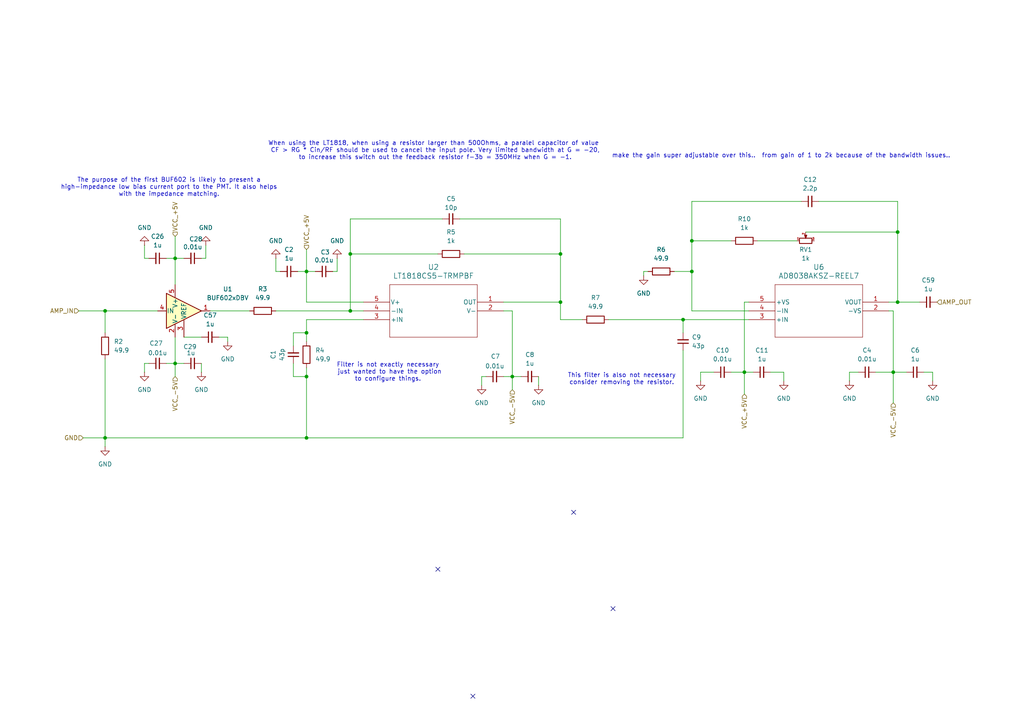
<source format=kicad_sch>
(kicad_sch (version 20231120) (generator "eeschema") (generator_version "8.0")
  (paper "A4")
  (lib_symbols
    (symbol "2025-07-23_18-11-30:AD8038AKSZ-REEL7" (pin_names (offset 0.254))
      (property "Reference" "U" (at 20.32 10.16 0))
      (property "Value" "AD8038AKSZ-REEL7" (at 20.32 7.62 0))
      (symbol "AD8038AKSZ-REEL7_0_1"
        (polyline (pts (xy 7.62 -10.16) (xy 33.02 -10.16)) (stroke (width 0.127)))
        (polyline (pts (xy 7.62 5.08) (xy 7.62 -10.16)) (stroke (width 0.127)))
        (polyline (pts (xy 33.02 -10.16) (xy 33.02 5.08)) (stroke (width 0.127)))
        (polyline (pts (xy 33.02 5.08) (xy 7.62 5.08)) (stroke (width 0.127)))
        (pin unspecified line (at 0 0 0) (length 7.62) (name "VOUT") (number "1"))
        (pin power_in line (at 0 -2.54 0) (length 7.62) (name "-VS") (number "2"))
        (pin unspecified line (at 40.64 -5.08 180) (length 7.62) (name "+IN") (number "3"))
        (pin unspecified line (at 40.64 -2.54 180) (length 7.62) (name "-IN") (number "4"))
        (pin power_in line (at 40.64 0 180) (length 7.62) (name "+VS") (number "5"))
      )
    )
    (symbol "Amplifier_Buffer:BUF602xDBV" (pin_names (offset 0.127))
      (property "Reference" "U" (at 6.35 2.54 0))
      (property "Value" "BUF602xDBV" (at 7.62 -2.54 0))
      (symbol "BUF602xDBV_0_1"
        (polyline (pts (xy 5.08 0) (xy -5.08 5.08) (xy -5.08 -5.08) (xy 5.08 0)) (stroke (width 0.254)) (fill (type background)))
      )
      (symbol "BUF602xDBV_1_1"
        (pin output line (at 7.62 0 180) (length 2.54) (name "~") (number "1"))
        (pin power_in line (at -2.54 -7.62 90) (length 3.81) (name "V-") (number "2"))
        (pin output line (at 0 -7.62 90) (length 5.08) (name "VREF") (number "3"))
        (pin input line (at -7.62 0 0) (length 2.54) (name "IN") (number "4"))
        (pin power_in line (at -2.54 7.62 270) (length 3.81) (name "V+") (number "5"))
      )
    )
    (symbol "Device:C_Small" (pin_numbers hide) (pin_names (offset 0.254) hide)
      (property "Reference" "C" (at 0.254 1.778 0))
      (property "Value" "C_Small" (at 0.254 -2.032 0))
      (symbol "C_Small_0_1"
        (polyline (pts (xy -1.524 -0.508) (xy 1.524 -0.508)) (stroke (width 0.3302)))
        (polyline (pts (xy -1.524 0.508) (xy 1.524 0.508)) (stroke (width 0.3048)))
      )
      (symbol "C_Small_1_1"
        (pin passive line (at 0 2.54 270) (length 2.032) (name "~") (number "1"))
        (pin passive line (at 0 -2.54 90) (length 2.032) (name "~") (number "2"))
      )
    )
    (symbol "Device:R" (pin_numbers hide) (pin_names (offset 0))
      (property "Reference" "R" (at 2.032 0 90))
      (property "Value" "R" (at 0 0 90))
      (symbol "R_0_1"
        (rectangle (start -1.016 -2.54) (end 1.016 2.54) (stroke (width 0.254)))
      )
      (symbol "R_1_1"
        (pin passive line (at 0 3.81 270) (length 1.27) (name "~") (number "1"))
        (pin passive line (at 0 -3.81 90) (length 1.27) (name "~") (number "2"))
      )
    )
    (symbol "Device:R_Potentiometer_Small" (pin_names (offset 1.016) hide)
      (property "Reference" "RV" (at -4.445 0 90))
      (property "Value" "R_Potentiometer_Small" (at -2.54 0 90))
      (symbol "R_Potentiometer_Small_0_1"
        (polyline (pts (xy 0.889 0) (xy 0.635 0) (xy 1.651 0.381) (xy 1.651 -0.381) (xy 0.635 0) (xy 0.889 0)) (fill (type outline)))
        (rectangle (start 0.762 1.8034) (end -0.762 -1.8034) (stroke (width 0.254)))
      )
      (symbol "R_Potentiometer_Small_1_1"
        (pin passive line (at 0 2.54 270) (length 0.635) (name "1") (number "1"))
        (pin passive line (at 2.54 0 180) (length 0.9906) (name "2") (number "2"))
        (pin passive line (at 0 -2.54 90) (length 0.635) (name "3") (number "3"))
      )
    )
    (symbol "lt1818:LT1818CS5-TRMPBF" (pin_names (offset 0.254))
      (property "Reference" "U" (at 20.32 10.16 0))
      (property "Value" "LT1818CS5-TRMPBF" (at 20.32 7.62 0))
      (symbol "LT1818CS5-TRMPBF_0_1"
        (polyline (pts (xy 7.62 -10.16) (xy 33.02 -10.16)) (stroke (width 0.127)))
        (polyline (pts (xy 7.62 5.08) (xy 7.62 -10.16)) (stroke (width 0.127)))
        (polyline (pts (xy 33.02 -10.16) (xy 33.02 5.08)) (stroke (width 0.127)))
        (polyline (pts (xy 33.02 5.08) (xy 7.62 5.08)) (stroke (width 0.127)))
        (pin output line (at 0 0 0) (length 7.62) (name "OUT") (number "1"))
        (pin power_in line (at 0 -2.54 0) (length 7.62) (name "V-") (number "2"))
        (pin input line (at 40.64 -5.08 180) (length 7.62) (name "+IN") (number "3"))
        (pin input line (at 40.64 -2.54 180) (length 7.62) (name "-IN") (number "4"))
        (pin power_in line (at 40.64 0 180) (length 7.62) (name "V+") (number "5"))
      )
    )
    (symbol "power:GND" (power) (pin_numbers hide) (pin_names (offset 0) hide)
      (property "Value" "GND" (at 0 -3.81 0))
      (symbol "GND_0_1"
        (polyline (pts (xy 0 0) (xy 0 -1.27) (xy 1.27 -1.27) (xy 0 -2.54) (xy -1.27 -1.27) (xy 0 -1.27)))
      )
      (symbol "GND_1_1"
        (pin power_in line (at 0 0 270) (length 0) (name "~") (number "1"))
      )
    )
  )
  (junction (at 50.8 105.41))
  (junction (at 260.35 87.63))
  (junction (at 162.56 87.63))
  (junction (at 162.56 73.66))
  (junction (at 200.66 78.74))
  (junction (at 259.08 107.95))
  (junction (at 30.48 127))
  (junction (at 101.6 73.66))
  (junction (at 148.59 109.22))
  (junction (at 101.6 90.17))
  (junction (at 200.66 69.85))
  (junction (at 88.9 78.74))
  (junction (at 88.9 96.52))
  (junction (at 260.35 67.31))
  (junction (at 50.8 74.93))
  (junction (at 88.9 109.22))
  (junction (at 88.9 127))
  (junction (at 30.48 90.17))
  (junction (at 215.9 107.95))
  (junction (at 198.12 92.71))
  (no_connect (at 127 165.1))
  (no_connect (at 137.16 201.93))
  (no_connect (at 284.48 255.27))
  (no_connect (at 177.8 176.53))
  (no_connect (at 166.37 148.59))
  (wire (pts (xy 22.86 90.17) (xy 30.48 90.17)))
  (wire (pts (xy 101.6 90.17) (xy 105.41 90.17)))
  (wire (pts (xy 198.12 101.6) (xy 198.12 127)))
  (wire (pts (xy 217.17 87.63) (xy 215.9 87.63)))
  (wire (pts (xy 227.33 107.95) (xy 227.33 110.49)))
  (wire (pts (xy 146.05 90.17) (xy 148.59 90.17)))
  (wire (pts (xy 88.9 92.71) (xy 88.9 96.52)))
  (wire (pts (xy 24.13 127) (xy 30.48 127)))
  (wire (pts (xy 217.17 90.17) (xy 200.66 90.17)))
  (wire (pts (xy 41.91 105.41) (xy 43.18 105.41)))
  (wire (pts (xy 30.48 104.14) (xy 30.48 127)))
  (wire (pts (xy 200.66 58.42) (xy 200.66 69.85)))
  (wire (pts (xy 259.08 107.95) (xy 259.08 116.84)))
  (wire (pts (xy 88.9 78.74) (xy 91.44 78.74)))
  (wire (pts (xy 200.66 78.74) (xy 200.66 90.17)))
  (wire (pts (xy 200.66 58.42) (xy 232.41 58.42)))
  (wire (pts (xy 212.09 107.95) (xy 215.9 107.95)))
  (wire (pts (xy 88.9 72.39) (xy 88.9 78.74)))
  (wire (pts (xy 88.9 109.22) (xy 88.9 127)))
  (wire (pts (xy 162.56 73.66) (xy 162.56 87.63)))
  (wire (pts (xy 96.52 78.74) (xy 97.79 78.74)))
  (wire (pts (xy 41.91 107.95) (xy 41.91 105.41)))
  (wire (pts (xy 53.34 97.79) (xy 58.42 97.79)))
  (wire (pts (xy 85.09 105.41) (xy 85.09 109.22)))
  (wire (pts (xy 156.21 109.22) (xy 156.21 111.76)))
  (wire (pts (xy 50.8 105.41) (xy 50.8 109.22)))
  (wire (pts (xy 200.66 69.85) (xy 200.66 78.74)))
  (wire (pts (xy 146.05 109.22) (xy 148.59 109.22)))
  (wire (pts (xy 200.66 69.85) (xy 212.09 69.85)))
  (wire (pts (xy 50.8 74.93) (xy 53.34 74.93)))
  (wire (pts (xy 176.53 92.71) (xy 198.12 92.71)))
  (wire (pts (xy 101.6 73.66) (xy 101.6 90.17)))
  (wire (pts (xy 186.69 78.74) (xy 186.69 80.01)))
  (wire (pts (xy 88.9 127) (xy 198.12 127)))
  (wire (pts (xy 88.9 96.52) (xy 88.9 99.06)))
  (wire (pts (xy 260.35 58.42) (xy 260.35 67.31)))
  (wire (pts (xy 50.8 74.93) (xy 50.8 82.55)))
  (wire (pts (xy 97.79 74.93) (xy 97.79 78.74)))
  (wire (pts (xy 58.42 74.93) (xy 59.69 74.93)))
  (wire (pts (xy 101.6 63.5) (xy 101.6 73.66)))
  (wire (pts (xy 260.35 87.63) (xy 266.7 87.63)))
  (wire (pts (xy 30.48 90.17) (xy 30.48 96.52)))
  (wire (pts (xy 127 73.66) (xy 101.6 73.66)))
  (wire (pts (xy 88.9 87.63) (xy 88.9 78.74)))
  (wire (pts (xy 219.71 69.85) (xy 231.14 69.85)))
  (wire (pts (xy 50.8 97.79) (xy 50.8 105.41)))
  (wire (pts (xy 148.59 109.22) (xy 148.59 113.03)))
  (wire (pts (xy 133.35 63.5) (xy 162.56 63.5)))
  (wire (pts (xy 148.59 109.22) (xy 151.13 109.22)))
  (wire (pts (xy 215.9 87.63) (xy 215.9 107.95)))
  (wire (pts (xy 105.41 87.63) (xy 88.9 87.63)))
  (wire (pts (xy 195.58 78.74) (xy 200.66 78.74)))
  (wire (pts (xy 86.36 78.74) (xy 88.9 78.74)))
  (wire (pts (xy 187.96 78.74) (xy 186.69 78.74)))
  (wire (pts (xy 80.01 74.93) (xy 80.01 78.74)))
  (wire (pts (xy 139.7 109.22) (xy 140.97 109.22)))
  (wire (pts (xy 215.9 107.95) (xy 218.44 107.95)))
  (wire (pts (xy 59.69 71.12) (xy 59.69 74.93)))
  (wire (pts (xy 105.41 92.71) (xy 88.9 92.71)))
  (wire (pts (xy 30.48 90.17) (xy 45.72 90.17)))
  (wire (pts (xy 148.59 90.17) (xy 148.59 109.22)))
  (wire (pts (xy 63.5 97.79) (xy 66.04 97.79)))
  (wire (pts (xy 85.09 109.22) (xy 88.9 109.22)))
  (wire (pts (xy 85.09 96.52) (xy 88.9 96.52)))
  (wire (pts (xy 260.35 67.31) (xy 260.35 87.63)))
  (wire (pts (xy 198.12 92.71) (xy 217.17 92.71)))
  (wire (pts (xy 233.68 67.31) (xy 260.35 67.31)))
  (wire (pts (xy 259.08 107.95) (xy 262.89 107.95)))
  (wire (pts (xy 267.97 107.95) (xy 270.51 107.95)))
  (wire (pts (xy 60.96 90.17) (xy 72.39 90.17)))
  (wire (pts (xy 80.01 90.17) (xy 101.6 90.17)))
  (wire (pts (xy 203.2 107.95) (xy 203.2 110.49)))
  (wire (pts (xy 162.56 63.5) (xy 162.56 73.66)))
  (wire (pts (xy 259.08 90.17) (xy 259.08 107.95)))
  (wire (pts (xy 41.91 74.93) (xy 43.18 74.93)))
  (wire (pts (xy 246.38 107.95) (xy 246.38 110.49)))
  (wire (pts (xy 58.42 105.41) (xy 58.42 107.95)))
  (wire (pts (xy 248.92 107.95) (xy 246.38 107.95)))
  (wire (pts (xy 207.01 107.95) (xy 203.2 107.95)))
  (wire (pts (xy 128.27 63.5) (xy 101.6 63.5)))
  (wire (pts (xy 259.08 90.17) (xy 257.81 90.17)))
  (wire (pts (xy 85.09 100.33) (xy 85.09 96.52)))
  (wire (pts (xy 215.9 107.95) (xy 215.9 114.3)))
  (wire (pts (xy 254 107.95) (xy 259.08 107.95)))
  (wire (pts (xy 30.48 127) (xy 30.48 129.54)))
  (wire (pts (xy 260.35 87.63) (xy 257.81 87.63)))
  (wire (pts (xy 80.01 78.74) (xy 81.28 78.74)))
  (wire (pts (xy 146.05 87.63) (xy 162.56 87.63)))
  (wire (pts (xy 48.26 105.41) (xy 50.8 105.41)))
  (wire (pts (xy 50.8 105.41) (xy 53.34 105.41)))
  (wire (pts (xy 223.52 107.95) (xy 227.33 107.95)))
  (wire (pts (xy 198.12 92.71) (xy 198.12 96.52)))
  (wire (pts (xy 88.9 106.68) (xy 88.9 109.22)))
  (wire (pts (xy 48.26 74.93) (xy 50.8 74.93)))
  (wire (pts (xy 41.91 71.12) (xy 41.91 74.93)))
  (wire (pts (xy 162.56 87.63) (xy 162.56 92.71)))
  (wire (pts (xy 162.56 92.71) (xy 168.91 92.71)))
  (wire (pts (xy 30.48 127) (xy 88.9 127)))
  (wire (pts (xy 66.04 97.79) (xy 66.04 99.06)))
  (wire (pts (xy 139.7 111.76) (xy 139.7 109.22)))
  (wire (pts (xy 134.62 73.66) (xy 162.56 73.66)))
  (wire (pts (xy 237.49 58.42) (xy 260.35 58.42)))
  (wire (pts (xy 50.8 68.58) (xy 50.8 74.93)))
  (wire (pts (xy 270.51 107.95) (xy 270.51 110.49)))
  (text "make the gain super adjustable over this..  from gain of 1 to 2k because of the bandwidth issues..\n" (at 226.568 45.212 0) (effects (font (size 1.27 1.27))))
  (text "The purpose of the first BUF602 is likely to present a\n high-impedance low bias current port to the PMT. It also helps \nwith the impedance matching.\n\n" (at 49.022 55.372 0) (effects (font (size 1.27 1.27))))
  (text "When using the LT1818, when using a resistor larger than 500Ohms, a paralel capacitor of value \nCF > RG * Cin/RF should be used to cancel the input pole. Very limited bandwidth at G = -20,\nto increase this switch out the feedback resistor f-3b = 350MHz when G = -1.\n" (at 126.238 43.688 0) (effects (font (size 1.27 1.27))))
  (text "Filter is not exactly necessary\n just wanted to have the option\n to configure things. " (at 112.522 107.95 0) (effects (font (size 1.27 1.27))))
  (text "This filter is also not necessary\nconsider removing the resistor." (at 180.34 109.982 0) (effects (font (size 1.27 1.27))))
  (hierarchical_label "VCC_-5V" (shape input) (at 148.59 113.03 270))
  (hierarchical_label "VCC_+5V" (shape input) (at 50.8 68.58 90))
  (hierarchical_label "VCC_-5V" (shape input) (at 50.8 109.22 270))
  (hierarchical_label "VCC_+5V" (shape input) (at 215.9 114.3 270))
  (hierarchical_label "GND" (shape input) (at 24.13 127 180))
  (hierarchical_label "AMP_OUT" (shape input) (at 271.78 87.63 0))
  (hierarchical_label "VCC_+5V" (shape input) (at 88.9 72.39 90))
  (hierarchical_label "AMP_IN" (shape input) (at 22.86 90.17 180))
  (hierarchical_label "VCC_-5V" (shape input) (at 259.08 116.84 270))
  (symbol (lib_id "Device:R") (at 191.77 78.74 90) (unit 1)
    (property "Reference" "R6" (at 191.77 72.39 90))
    (property "Value" "49.9" (at 191.77 74.93 90))
    (property "Footprint" "Resistor_SMD:R_0805_2012Metric" (effects (hide yes)))
    (property "Description" "Resistor" (effects (hide yes)))
    (instances (project "bellamu" (path "" (reference "R6") (unit 1)) (path "" (reference "R22") (unit 1))))
  )
  (symbol (lib_id "Device:C_Small") (at 209.55 107.95 90) (unit 1)
    (property "Reference" "C10" (at 209.5563 101.6 90))
    (property "Value" "0.01u" (at 209.5563 104.14 90))
    (property "Footprint" "Capacitor_SMD:C_0603_1608Metric" (effects (hide yes)))
    (property "Description" "Unpolarized capacitor, small symbol" (effects (hide yes)))
    (instances (project "bellamu" (path "" (reference "C10") (unit 1)) (path "" (reference "C43") (unit 1))))
  )
  (symbol (lib_id "power:GND") (at 30.48 129.54 0) (unit 1)
    (property "Reference" "#PWR010" (effects (hide yes)))
    (property "Value" "GND" (at 30.48 134.62 0))
    (property "Description" "Power symbol creates a global label with name \"GND\" , ground" (effects (hide yes)))
    (instances (project "bellamu" (path "" (reference "#PWR010") (unit 1)) (path "" (reference "#PWR067") (unit 1))))
  )
  (symbol (lib_id "Device:R") (at 172.72 92.71 90) (unit 1)
    (property "Reference" "R7" (at 172.72 86.36 90))
    (property "Value" "49.9" (at 172.72 88.9 90))
    (property "Footprint" "Resistor_SMD:R_0805_2012Metric" (effects (hide yes)))
    (property "Description" "Resistor" (effects (hide yes)))
    (instances (project "bellamu" (path "" (reference "R7") (unit 1)) (path "" (reference "R21") (unit 1))))
  )
  (symbol (lib_id "Device:C_Small") (at 93.98 78.74 270) (unit 1)
    (property "Reference" "C3" (at 92.964 73.152 90) (effects (justify left)))
    (property "Value" "0.01u" (at 91.186 75.438 90) (effects (justify left)))
    (property "Footprint" "Capacitor_SMD:C_0603_1608Metric" (effects (hide yes)))
    (property "Description" "Unpolarized capacitor, small symbol" (effects (hide yes)))
    (instances (project "bellamu" (path "" (reference "C3") (unit 1)) (path "" (reference "C37") (unit 1))))
  )
  (symbol (lib_id "power:GND") (at 58.42 107.95 0) (unit 1)
    (property "Reference" "#PWR034" (effects (hide yes)))
    (property "Value" "GND" (at 58.42 113.03 0))
    (property "Description" "Power symbol creates a global label with name \"GND\" , ground" (effects (hide yes)))
    (instances (project "bellamu" (path "" (reference "#PWR034") (unit 1)) (path "" (reference "#PWR070") (unit 1))))
  )
  (symbol (lib_id "Device:R") (at 76.2 90.17 90) (unit 1)
    (property "Reference" "R3" (at 76.2 83.82 90))
    (property "Value" "49.9" (at 76.2 86.36 90))
    (property "Footprint" "Resistor_SMD:R_0805_2012Metric" (effects (hide yes)))
    (property "Description" "Resistor" (effects (hide yes)))
    (instances (project "bellamu" (path "" (reference "R3") (unit 1)) (path "" (reference "R18") (unit 1))))
  )
  (symbol (lib_id "Device:R") (at 88.9 102.87 180) (unit 1)
    (property "Reference" "R4" (at 91.44 101.5999 0) (effects (justify right)))
    (property "Value" "49.9" (at 91.44 104.1399 0) (effects (justify right)))
    (property "Footprint" "Resistor_SMD:R_0805_2012Metric" (effects (hide yes)))
    (property "Description" "Resistor" (effects (hide yes)))
    (instances (project "bellamu" (path "" (reference "R4") (unit 1)) (path "" (reference "R19") (unit 1))))
  )
  (symbol (lib_id "Device:C_Small") (at 85.09 102.87 180) (unit 1)
    (property "Reference" "C1" (at 79.248 102.87 90))
    (property "Value" "43p" (at 81.788 102.87 90))
    (property "Footprint" "Capacitor_SMD:C_0805_2012Metric_Pad1.18x1.45mm_HandSolder" (effects (hide yes)))
    (property "Description" "Unpolarized capacitor, small symbol" (effects (hide yes)))
    (instances (project "bellamu" (path "" (reference "C1") (unit 1)) (path "" (reference "C35") (unit 1))))
  )
  (symbol (lib_id "power:GND") (at 246.38 110.49 0) (unit 1)
    (property "Reference" "#PWR013" (effects (hide yes)))
    (property "Value" "GND" (at 246.38 115.57 0))
    (property "Description" "Power symbol creates a global label with name \"GND\" , ground" (effects (hide yes)))
    (instances (project "bellamu" (path "" (reference "#PWR013") (unit 1)) (path "" (reference "#PWR079") (unit 1))))
  )
  (symbol (lib_id "lt1818:LT1818CS5-TRMPBF") (at 146.05 87.63 0) (mirror y) (unit 1)
    (property "Reference" "U8" (at 125.73 77.47 0) (effects (font (size 1.524 1.524))))
    (property "Value" "LT1818CS5-TRMPBF" (at 125.73 80.01 0) (effects (font (size 1.524 1.524))))
    (property "Footprint" "lt1818:S_5_ADI" (effects (hide yes)))
    (property "Datasheet" "https://www.analog.com/media/en/technical-documentation/data-sheets/18189fb.pdf" (effects (hide yes)))
    (instances (project "" (path "" (reference "U2") (unit 1)) (path "" (reference "U8") (unit 1))))
  )
  (symbol (lib_id "power:GND") (at 203.2 110.49 0) (unit 1)
    (property "Reference" "#PWR017" (effects (hide yes)))
    (property "Value" "GND" (at 203.2 115.57 0))
    (property "Description" "Power symbol creates a global label with name \"GND\" , ground" (effects (hide yes)))
    (instances (project "bellamu" (path "" (reference "#PWR017") (unit 1)) (path "" (reference "#PWR077") (unit 1))))
  )
  (symbol (lib_id "power:GND") (at 139.7 111.76 0) (unit 1)
    (property "Reference" "#PWR022" (effects (hide yes)))
    (property "Value" "GND" (at 139.7 116.84 0))
    (property "Description" "Power symbol creates a global label with name \"GND\" , ground" (effects (hide yes)))
    (instances (project "bellamu" (path "" (reference "#PWR022") (unit 1)) (path "" (reference "#PWR074") (unit 1))))
  )
  (symbol (lib_id "Amplifier_Buffer:BUF602xDBV") (at 53.34 90.17 0) (unit 1)
    (property "Reference" "U7" (at 66.04 83.8514 0))
    (property "Value" "BUF602xDBV" (at 66.04 86.3914 0))
    (property "Footprint" "Package_TO_SOT_SMD:SOT-23-5" (effects (hide yes)))
    (property "Datasheet" "http://www.ti.com/lit/ds/symlink/buf602.pdf" (effects (hide yes)))
    (property "Description" "High-Speed, 1000 MHz, Closed-Loop Buffer, SOT23-5" (effects (hide yes)))
    (instances (project "" (path "" (reference "U1") (unit 1)) (path "" (reference "U7") (unit 1))))
  )
  (symbol (lib_id "power:GND") (at 41.91 107.95 0) (unit 1)
    (property "Reference" "#PWR033" (effects (hide yes)))
    (property "Value" "GND" (at 41.91 113.03 0))
    (property "Description" "Power symbol creates a global label with name \"GND\" , ground" (effects (hide yes)))
    (instances (project "bellamu" (path "" (reference "#PWR033") (unit 1)) (path "" (reference "#PWR069") (unit 1))))
  )
  (symbol (lib_id "Device:C_Small") (at 251.46 107.95 90) (unit 1)
    (property "Reference" "C4" (at 251.4663 101.6 90))
    (property "Value" "0.01u" (at 251.4663 104.14 90))
    (property "Footprint" "Capacitor_SMD:C_0603_1608Metric" (effects (hide yes)))
    (property "Description" "Unpolarized capacitor, small symbol" (effects (hide yes)))
    (instances (project "bellamu" (path "" (reference "C4") (unit 1)) (path "" (reference "C46") (unit 1))))
  )
  (symbol (lib_id "power:GND") (at 270.51 110.49 0) (unit 1)
    (property "Reference" "#PWR024" (effects (hide yes)))
    (property "Value" "GND" (at 270.51 115.57 0))
    (property "Description" "Power symbol creates a global label with name \"GND\" , ground" (effects (hide yes)))
    (instances (project "bellamu" (path "" (reference "#PWR024") (unit 1)) (path "" (reference "#PWR080") (unit 1))))
  )
  (symbol (lib_id "Device:C_Small") (at 234.95 58.42 90) (unit 1)
    (property "Reference" "C12" (at 234.9563 52.07 90))
    (property "Value" "2.2p" (at 234.9563 54.61 90))
    (property "Footprint" "Capacitor_SMD:C_0805_2012Metric" (effects (hide yes)))
    (property "Description" "Unpolarized capacitor, small symbol" (effects (hide yes)))
    (instances (project "bellamu" (path "" (reference "C12") (unit 1)) (path "" (reference "C45") (unit 1))))
  )
  (symbol (lib_id "power:GND") (at 80.01 74.93 180) (unit 1)
    (property "Reference" "#PWR012" (effects (hide yes)))
    (property "Value" "GND" (at 80.01 69.85 0))
    (property "Description" "Power symbol creates a global label with name \"GND\" , ground" (effects (hide yes)))
    (instances (project "bellamu" (path "" (reference "#PWR012") (unit 1)) (path "" (reference "#PWR072") (unit 1))))
  )
  (symbol (lib_id "power:GND") (at 97.79 74.93 180) (unit 1)
    (property "Reference" "#PWR016" (effects (hide yes)))
    (property "Value" "GND" (at 97.79 69.85 0))
    (property "Description" "Power symbol creates a global label with name \"GND\" , ground" (effects (hide yes)))
    (instances (project "bellamu" (path "" (reference "#PWR016") (unit 1)) (path "" (reference "#PWR073") (unit 1))))
  )
  (symbol (lib_id "Device:C_Small") (at 55.88 105.41 90) (unit 1)
    (property "Reference" "C29" (at 55.118 100.584 90))
    (property "Value" "1u" (at 55.372 102.362 90))
    (property "Footprint" "Capacitor_SMD:C_0603_1608Metric" (effects (hide yes)))
    (property "Description" "Unpolarized capacitor, small symbol" (effects (hide yes)))
    (instances (project "bellamu" (path "" (reference "C29") (unit 1)) (path "" (reference "C33") (unit 1))))
  )
  (symbol (lib_id "Device:R_Potentiometer_Small") (at 233.68 69.85 90) (unit 1)
    (property "Reference" "RV2" (at 233.68 72.39 90))
    (property "Value" "1k" (at 233.68 74.93 90))
    (property "Footprint" "Potentiometer_THT:Potentiometer_Bourns_3266W_Vertical" (effects (hide yes)))
    (property "Description" "Potentiometer" (effects (hide yes)))
    (instances (project "" (path "" (reference "RV1") (unit 1)) (path "" (reference "RV2") (unit 1))))
  )
  (symbol (lib_id "Device:R") (at 30.48 100.33 0) (unit 1)
    (property "Reference" "R2" (at 33.02 99.0599 0) (effects (justify left)))
    (property "Value" "49.9" (at 33.02 101.5999 0) (effects (justify left)))
    (property "Footprint" "Resistor_SMD:R_0805_2012Metric" (effects (hide yes)))
    (property "Description" "Resistor" (effects (hide yes)))
    (instances (project "bellamu" (path "" (reference "R2") (unit 1)) (path "" (reference "R17") (unit 1))))
  )
  (symbol (lib_id "Device:C_Small") (at 55.88 74.93 270) (unit 1)
    (property "Reference" "C28" (at 54.864 69.342 90) (effects (justify left)))
    (property "Value" "0.01u" (at 53.086 71.628 90) (effects (justify left)))
    (property "Footprint" "Capacitor_SMD:C_0603_1608Metric" (effects (hide yes)))
    (property "Description" "Unpolarized capacitor, small symbol" (effects (hide yes)))
    (instances (project "bellamu" (path "" (reference "C28") (unit 1)) (path "" (reference "C32") (unit 1))))
  )
  (symbol (lib_id "Device:C_Small") (at 220.98 107.95 90) (unit 1)
    (property "Reference" "C11" (at 220.9863 101.6 90))
    (property "Value" "1u" (at 220.9863 104.14 90))
    (property "Footprint" "Capacitor_SMD:C_0603_1608Metric" (effects (hide yes)))
    (property "Description" "Unpolarized capacitor, small symbol" (effects (hide yes)))
    (instances (project "bellamu" (path "" (reference "C11") (unit 1)) (path "" (reference "C44") (unit 1))))
  )
  (symbol (lib_id "Device:C_Small") (at 45.72 105.41 90) (unit 1)
    (property "Reference" "C27" (at 47.244 99.568 90) (effects (justify left)))
    (property "Value" "0.01u" (at 48.514 102.362 90) (effects (justify left)))
    (property "Footprint" "Capacitor_SMD:C_0603_1608Metric" (effects (hide yes)))
    (property "Description" "Unpolarized capacitor, small symbol" (effects (hide yes)))
    (instances (project "bellamu" (path "" (reference "C27") (unit 1)) (path "" (reference "C31") (unit 1))))
  )
  (symbol (lib_id "Device:C_Small") (at 60.96 97.79 90) (unit 1)
    (property "Reference" "C57" (at 60.9663 91.44 90))
    (property "Value" "1u" (at 60.9663 93.98 90))
    (property "Footprint" "Capacitor_SMD:C_0603_1608Metric" (effects (hide yes)))
    (property "Description" "Unpolarized capacitor, small symbol" (effects (hide yes)))
    (instances (project "bellamu" (path "" (reference "C57") (unit 1)) (path "" (reference "C58") (unit 1))))
  )
  (symbol (lib_id "Device:C_Small") (at 269.24 87.63 90) (unit 1)
    (property "Reference" "C59" (at 269.2463 81.28 90))
    (property "Value" "1u" (at 269.2463 83.82 90))
    (property "Footprint" "Capacitor_SMD:C_0805_2012Metric" (effects (hide yes)))
    (property "Description" "Unpolarized capacitor, small symbol" (effects (hide yes)))
    (instances (project "bellamu" (path "" (reference "C59") (unit 1)) (path "" (reference "C60") (unit 1))))
  )
  (symbol (lib_id "Device:C_Small") (at 45.72 74.93 270) (unit 1)
    (property "Reference" "C26" (at 45.7136 68.58 90))
    (property "Value" "1u" (at 45.7136 71.12 90))
    (property "Footprint" "Capacitor_SMD:C_0603_1608Metric" (effects (hide yes)))
    (property "Description" "Unpolarized capacitor, small symbol" (effects (hide yes)))
    (instances (project "bellamu" (path "" (reference "C26") (unit 1)) (path "" (reference "C30") (unit 1))))
  )
  (symbol (lib_id "power:GND") (at 186.69 80.01 0) (unit 1)
    (property "Reference" "#PWR014" (effects (hide yes)))
    (property "Value" "GND" (at 186.69 85.09 0))
    (property "Description" "Power symbol creates a global label with name \"GND\" , ground" (effects (hide yes)))
    (instances (project "bellamu" (path "" (reference "#PWR014") (unit 1)) (path "" (reference "#PWR076") (unit 1))))
  )
  (symbol (lib_id "2025-07-23_18-11-30:AD8038AKSZ-REEL7") (at 257.81 87.63 0) (mirror y) (unit 1)
    (property "Reference" "U9" (at 237.49 77.47 0) (effects (font (size 1.524 1.524))))
    (property "Value" "AD8038AKSZ-REEL7" (at 237.49 80.01 0) (effects (font (size 1.524 1.524))))
    (property "Footprint" "ad8038:KS_5_ADI-M" (effects (hide yes)))
    (property "Datasheet" "https://www.analog.com/media/en/technical-documentation/data-sheets/AD8038_8039.pdf" (effects (hide yes)))
    (instances (project "" (path "" (reference "U6") (unit 1)) (path "" (reference "U9") (unit 1))))
  )
  (symbol (lib_id "Device:C_Small") (at 153.67 109.22 90) (unit 1)
    (property "Reference" "C8" (at 153.6763 102.87 90))
    (property "Value" "1u" (at 153.6763 105.41 90))
    (property "Footprint" "Capacitor_SMD:C_0603_1608Metric" (effects (hide yes)))
    (property "Description" "Unpolarized capacitor, small symbol" (effects (hide yes)))
    (instances (project "bellamu" (path "" (reference "C8") (unit 1)) (path "" (reference "C41") (unit 1))))
  )
  (symbol (lib_id "Device:C_Small") (at 143.51 109.22 90) (unit 1)
    (property "Reference" "C7" (at 145.034 103.378 90) (effects (justify left)))
    (property "Value" "0.01u" (at 146.304 106.172 90) (effects (justify left)))
    (property "Footprint" "Capacitor_SMD:C_0603_1608Metric" (effects (hide yes)))
    (property "Description" "Unpolarized capacitor, small symbol" (effects (hide yes)))
    (instances (project "bellamu" (path "" (reference "C7") (unit 1)) (path "" (reference "C39") (unit 1))))
  )
  (symbol (lib_id "power:GND") (at 41.91 71.12 180) (unit 1)
    (property "Reference" "#PWR031" (effects (hide yes)))
    (property "Value" "GND" (at 41.91 66.04 0))
    (property "Description" "Power symbol creates a global label with name \"GND\" , ground" (effects (hide yes)))
    (instances (project "bellamu" (path "" (reference "#PWR031") (unit 1)) (path "" (reference "#PWR068") (unit 1))))
  )
  (symbol (lib_id "Device:C_Small") (at 83.82 78.74 270) (unit 1)
    (property "Reference" "C2" (at 83.8136 72.39 90))
    (property "Value" "1u" (at 83.8136 74.93 90))
    (property "Footprint" "Capacitor_SMD:C_0603_1608Metric" (effects (hide yes)))
    (property "Description" "Unpolarized capacitor, small symbol" (effects (hide yes)))
    (instances (project "bellamu" (path "" (reference "C2") (unit 1)) (path "" (reference "C36") (unit 1))))
  )
  (symbol (lib_id "power:GND") (at 227.33 110.49 0) (unit 1)
    (property "Reference" "#PWR023" (effects (hide yes)))
    (property "Value" "GND" (at 227.33 115.57 0))
    (property "Description" "Power symbol creates a global label with name \"GND\" , ground" (effects (hide yes)))
    (instances (project "bellamu" (path "" (reference "#PWR023") (unit 1)) (path "" (reference "#PWR078") (unit 1))))
  )
  (symbol (lib_id "power:GND") (at 156.21 111.76 0) (unit 1)
    (property "Reference" "#PWR015" (effects (hide yes)))
    (property "Value" "GND" (at 156.21 116.84 0))
    (property "Description" "Power symbol creates a global label with name \"GND\" , ground" (effects (hide yes)))
    (instances (project "bellamu" (path "" (reference "#PWR015") (unit 1)) (path "" (reference "#PWR075") (unit 1))))
  )
  (symbol (lib_id "Device:R") (at 215.9 69.85 90) (unit 1)
    (property "Reference" "R10" (at 215.9 63.5 90))
    (property "Value" "1k" (at 215.9 66.04 90))
    (property "Footprint" "Resistor_SMD:R_0805_2012Metric" (effects (hide yes)))
    (property "Description" "Resistor" (effects (hide yes)))
    (instances (project "bellamu" (path "" (reference "R10") (unit 1)) (path "" (reference "R25") (unit 1))))
  )
  (symbol (lib_id "Device:C_Small") (at 265.43 107.95 90) (unit 1)
    (property "Reference" "C6" (at 265.4363 101.6 90))
    (property "Value" "1u" (at 265.4363 104.14 90))
    (property "Footprint" "Capacitor_SMD:C_0603_1608Metric" (effects (hide yes)))
    (property "Description" "Unpolarized capacitor, small symbol" (effects (hide yes)))
    (instances (project "bellamu" (path "" (reference "C6") (unit 1)) (path "" (reference "C47") (unit 1))))
  )
  (symbol (lib_id "Device:R") (at 130.81 73.66 90) (unit 1)
    (property "Reference" "R5" (at 130.81 67.31 90))
    (property "Value" "1k" (at 130.81 69.85 90))
    (property "Footprint" "Resistor_SMD:R_0805_2012Metric" (effects (hide yes)))
    (property "Description" "Resistor" (effects (hide yes)))
    (instances (project "bellamu" (path "" (reference "R5") (unit 1)) (path "" (reference "R20") (unit 1))))
  )
  (symbol (lib_id "power:GND") (at 66.04 99.06 0) (unit 1)
    (property "Reference" "#PWR096" (effects (hide yes)))
    (property "Value" "GND" (at 66.04 104.14 0))
    (property "Description" "Power symbol creates a global label with name \"GND\" , ground" (effects (hide yes)))
    (instances (project "bellamu" (path "" (reference "#PWR096") (unit 1)) (path "" (reference "#PWR097") (unit 1))))
  )
  (symbol (lib_id "power:GND") (at 59.69 71.12 180) (unit 1)
    (property "Reference" "#PWR032" (effects (hide yes)))
    (property "Value" "GND" (at 59.69 66.04 0))
    (property "Description" "Power symbol creates a global label with name \"GND\" , ground" (effects (hide yes)))
    (instances (project "bellamu" (path "" (reference "#PWR032") (unit 1)) (path "" (reference "#PWR071") (unit 1))))
  )
  (symbol (lib_id "Device:C_Small") (at 198.12 99.06 180) (unit 1)
    (property "Reference" "C9" (at 200.66 97.7835 0) (effects (justify right)))
    (property "Value" "43p" (at 200.66 100.3235 0) (effects (justify right)))
    (property "Footprint" "Capacitor_SMD:C_0805_2012Metric" (effects (hide yes)))
    (property "Description" "Unpolarized capacitor, small symbol" (effects (hide yes)))
    (instances (project "bellamu" (path "" (reference "C9") (unit 1)) (path "" (reference "C42") (unit 1))))
  )
  (symbol (lib_id "Device:C_Small") (at 130.81 63.5 90) (unit 1)
    (property "Reference" "C5" (at 130.81 57.658 90))
    (property "Value" "10p" (at 130.81 60.198 90))
    (property "Footprint" "Capacitor_SMD:C_0805_2012Metric" (effects (hide yes)))
    (property "Description" "Unpolarized capacitor, small symbol" (effects (hide yes)))
    (instances (project "bellamu" (path "" (reference "C5") (unit 1)) (path "" (reference "C38") (unit 1))))
  )
)
</source>
